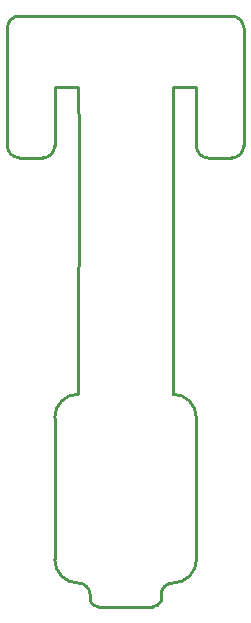
<source format=gbr>
%TF.GenerationSoftware,Altium Limited,Altium Designer,18.1.7 (191)*%
G04 Layer_Color=16711935*
%FSLAX42Y42*%
%MOMM*%
%TF.FileFunction,Keep-out,Top*%
%TF.Part,Single*%
G01*
G75*
%TA.AperFunction,NonConductor*%
%ADD20C,0.25*%
D20*
X600Y1600D02*
G03*
X400Y1800I-200J-0D01*
G01*
X-400D02*
G03*
X-600Y1600I0J-200D01*
G01*
Y400D02*
G03*
X-400Y200I200J0D01*
G01*
X400Y200D02*
G03*
X600Y400I0J200D01*
G01*
X230Y0D02*
G03*
X301Y50I4J70D01*
G01*
X-301D02*
G03*
X-230Y0I67J20D01*
G01*
X400Y200D02*
G03*
X300Y100I0J-100D01*
G01*
X-300D02*
G03*
X-400Y200I-100J0D01*
G01*
X-900Y5001D02*
G03*
X-1000Y4901I0J-100D01*
G01*
Y3901D02*
G03*
X-900Y3801I100J0D01*
G01*
X-700Y3801D02*
G03*
X-600Y3901I-0J100D01*
G01*
X600Y3900D02*
G03*
X700Y3800I100J-0D01*
G01*
X900Y3800D02*
G03*
X1000Y3900I0J100D01*
G01*
Y4900D02*
G03*
X900Y5000I-100J-0D01*
G01*
X399Y4400D02*
X400Y1800D01*
X-400D02*
X-396Y3952D01*
X-600Y400D02*
Y1600D01*
X600D02*
X600Y400D01*
X300Y100D02*
X301Y50D01*
X-230Y0D02*
X230D01*
X-301Y50D02*
X-300Y100D01*
X-399Y4400D02*
X-396Y3952D01*
X-900Y5001D02*
X900Y5000D01*
X-1000Y3901D02*
Y4901D01*
X-900Y3801D02*
X-700Y3801D01*
X-600Y3901D02*
X-600Y4051D01*
X600Y4050D02*
X600Y3900D01*
X700Y3800D02*
X900Y3800D01*
X1000Y3900D02*
Y4900D01*
X399Y4400D02*
X600D01*
X600Y4050D02*
X600Y4400D01*
X-600D02*
X-399D01*
X-600Y4051D02*
X-600Y4400D01*
%TF.MD5,d193d6eb2f0d050a31419534339c05d7*%
M02*

</source>
